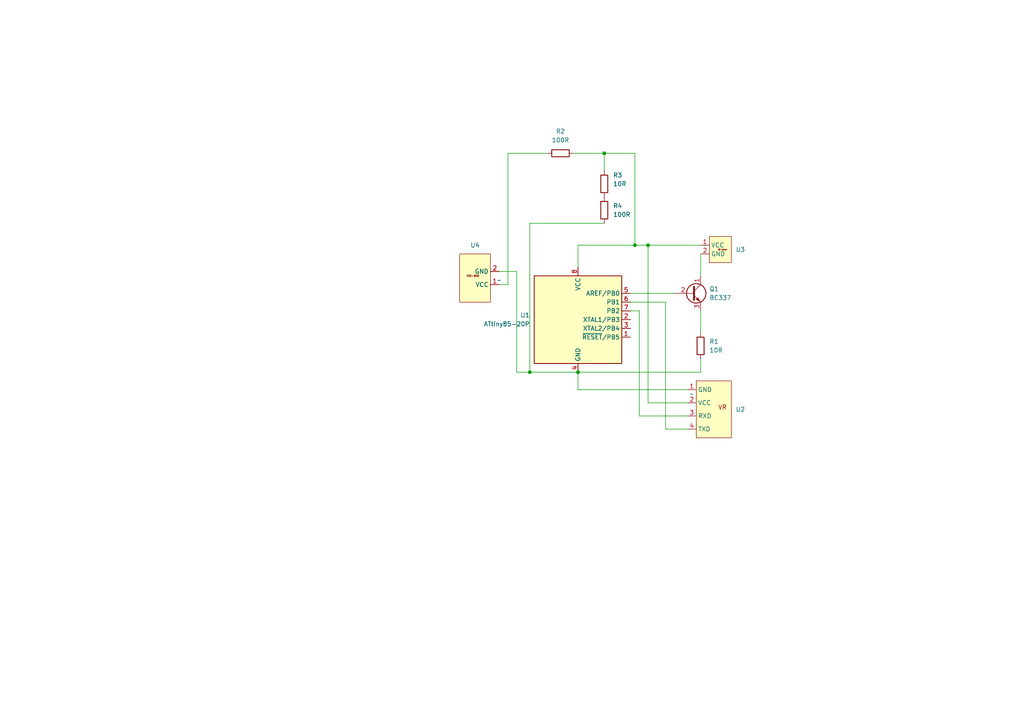
<source format=kicad_sch>
(kicad_sch (version 20230121) (generator eeschema)
  (paper "A4")
  (lib_symbols
    (symbol "Custom_Symbol_Lib:Power-Source"
      (property "Reference" "U" (at 0 0 0))
      (symbol "Power-Source_1_1"
        (rectangle (start 2.54 6.35) (end 11.43 -7.62) (fill (type background)))
        (text "VCC-GND" (at 7.62 -1.27 0) (effects (font (size 0.5 0.5))))
        (pin power_in line (at 0 1.27 0) (length 2.54) (name "VCC") (number "1"))
        (pin power_out line (at 0 -2.54 0) (length 2.54) (name "GND") (number "2"))
      )
    )
    (symbol "Custom_Symbol_Lib:VR_Pinout"
      (property "Reference" "U" (at 0 0 0))
      (symbol "VR_Pinout_1_1"
        (polyline (pts (xy 1.27 3.81) (xy 1.27 -12.7) (xy 11.43 -12.7) (xy 11.43 3.81) (xy 1.27 3.81)) (fill (type background)))
        (text "VR" (at 8.89 -3.81 0) (effects (font (size 1.27 1.27))))
        (pin power_out line (at -1.27 1.27 0) (length 2.54) (name "GND") (number "1"))
        (pin power_in line (at -1.27 -2.54 0) (length 2.54) (name "VCC") (number "2"))
        (pin input line (at -1.27 -6.35 0) (length 2.54) (name "RXD") (number "3"))
        (pin output line (at -1.27 -10.16 0) (length 2.54) (name "TXD") (number "4"))
      )
    )
    (symbol "Custom_Symbol_Lib:Vibration_Motor"
      (property "Reference" "U" (at 0 0 0))
      (symbol "Vibration_Motor_1_1"
        (rectangle (start 2.54 3.81) (end 8.89 -3.81) (fill (type background)))
        (text "VB Motor" (at 6.35 0 0) (effects (font (size 0.4 0.4))))
        (pin power_in line (at 0 1.27 0) (length 2.54) (name "VCC") (number "1"))
        (pin power_in line (at 0 -1.27 0) (length 2.54) (name "GND") (number "2"))
      )
    )
    (symbol "Device:R" (pin_numbers hide) (pin_names (offset 0))
      (property "Reference" "R" (at 2.032 0 90))
      (property "Value" "R" (at 0 0 90))
      (symbol "R_0_1"
        (rectangle (start -1.016 -2.54) (end 1.016 2.54) (stroke (width 0.254)))
      )
      (symbol "R_1_1"
        (pin passive line (at 0 3.81 270) (length 1.27) (name "~") (number "1"))
        (pin passive line (at 0 -3.81 90) (length 1.27) (name "~") (number "2"))
      )
    )
    (symbol "MCU_Microchip_ATtiny:ATtiny85-20P"
      (property "Reference" "U" (at -12.7 13.97 0))
      (property "Value" "ATtiny85-20P" (at 2.54 -13.97 0))
      (symbol "ATtiny85-20P_0_1"
        (rectangle (start -12.7 -12.7) (end 12.7 12.7) (stroke (width 0.254)) (fill (type background)))
      )
      (symbol "ATtiny85-20P_1_1"
        (pin bidirectional line (at 15.24 -5.08 180) (length 2.54) (name "~{RESET}/PB5") (number "1"))
        (pin bidirectional line (at 15.24 0 180) (length 2.54) (name "XTAL1/PB3") (number "2"))
        (pin bidirectional line (at 15.24 -2.54 180) (length 2.54) (name "XTAL2/PB4") (number "3"))
        (pin power_in line (at 0 -15.24 90) (length 2.54) (name "GND") (number "4"))
        (pin bidirectional line (at 15.24 7.62 180) (length 2.54) (name "AREF/PB0") (number "5"))
        (pin bidirectional line (at 15.24 5.08 180) (length 2.54) (name "PB1") (number "6"))
        (pin bidirectional line (at 15.24 2.54 180) (length 2.54) (name "PB2") (number "7"))
        (pin power_in line (at 0 15.24 270) (length 2.54) (name "VCC") (number "8"))
      )
    )
    (symbol "Transistor_BJT:BC337" (pin_names (offset 0) hide)
      (property "Reference" "Q" (at 5.08 1.905 0))
      (property "Value" "BC337" (at 5.08 0 0))
      (symbol "BC337_0_1"
        (polyline (pts (xy 0 0) (xy 0.635 0)))
        (polyline (pts (xy 0.635 0.635) (xy 2.54 2.54)))
        (polyline (pts (xy 0.635 -0.635) (xy 2.54 -2.54) (xy 2.54 -2.54)))
        (polyline (pts (xy 0.635 1.905) (xy 0.635 -1.905) (xy 0.635 -1.905)) (stroke (width 0.508)))
        (polyline (pts (xy 1.27 -1.778) (xy 1.778 -1.27) (xy 2.286 -2.286) (xy 1.27 -1.778) (xy 1.27 -1.778)) (fill (type outline)))
        (circle (center 1.27 0) (radius 2.8194) (stroke (width 0.254)))
      )
      (symbol "BC337_1_1"
        (pin passive line (at 2.54 5.08 270) (length 2.54) (name "C") (number "1"))
        (pin input line (at -5.08 0 0) (length 5.08) (name "B") (number "2"))
        (pin passive line (at 2.54 -5.08 90) (length 2.54) (name "E") (number "3"))
      )
    )
  )
  (junction (at 153.67 107.95))
  (junction (at 187.96 71.12))
  (junction (at 175.26 44.45))
  (junction (at 167.64 107.95))
  (junction (at 184.15 71.12))
  (wire (pts (xy 167.64 113.03) (xy 167.64 107.95)))
  (wire (pts (xy 184.15 71.12) (xy 167.64 71.12)))
  (wire (pts (xy 166.37 44.45) (xy 175.26 44.45)))
  (wire (pts (xy 185.42 120.65) (xy 185.42 90.17)))
  (wire (pts (xy 149.86 107.95) (xy 153.67 107.95)))
  (wire (pts (xy 182.88 87.63) (xy 193.04 87.63)))
  (wire (pts (xy 187.96 116.84) (xy 187.96 71.12)))
  (wire (pts (xy 175.26 44.45) (xy 184.15 44.45)))
  (wire (pts (xy 193.04 124.46) (xy 193.04 87.63)))
  (wire (pts (xy 203.2 90.17) (xy 203.2 96.52)))
  (wire (pts (xy 153.67 64.77) (xy 153.67 107.95)))
  (wire (pts (xy 144.78 78.74) (xy 149.86 78.74)))
  (wire (pts (xy 175.26 44.45) (xy 175.26 49.53)))
  (wire (pts (xy 193.04 124.46) (xy 199.39 124.46)))
  (wire (pts (xy 144.78 82.55) (xy 147.32 82.55)))
  (wire (pts (xy 147.32 44.45) (xy 158.75 44.45)))
  (wire (pts (xy 203.2 71.12) (xy 187.96 71.12)))
  (wire (pts (xy 199.39 116.84) (xy 187.96 116.84)))
  (wire (pts (xy 184.15 44.45) (xy 184.15 71.12)))
  (wire (pts (xy 203.2 73.66) (xy 203.2 80.01)))
  (wire (pts (xy 182.88 85.09) (xy 195.58 85.09)))
  (wire (pts (xy 149.86 78.74) (xy 149.86 107.95)))
  (wire (pts (xy 175.26 64.77) (xy 153.67 64.77)))
  (wire (pts (xy 199.39 113.03) (xy 167.64 113.03)))
  (wire (pts (xy 182.88 90.17) (xy 185.42 90.17)))
  (wire (pts (xy 203.2 107.95) (xy 167.64 107.95)))
  (wire (pts (xy 187.96 71.12) (xy 184.15 71.12)))
  (wire (pts (xy 203.2 104.14) (xy 203.2 107.95)))
  (wire (pts (xy 199.39 120.65) (xy 185.42 120.65)))
  (wire (pts (xy 147.32 82.55) (xy 147.32 44.45)))
  (wire (pts (xy 153.67 107.95) (xy 167.64 107.95)))
  (wire (pts (xy 167.64 71.12) (xy 167.64 77.47)))
  (symbol (lib_id "Custom_Symbol_Lib:VR_Pinout") (at 200.66 114.3 0) (unit 1)
    (property "Reference" "U2" (at 213.36 118.745 0) (effects (justify left)))
    (property "Value" "~" (at 200.66 114.3 0))
    (property "Footprint" "Custom_FP_Lib:VR_Footprint" (effects hide))
  )
  (symbol (lib_id "Device:R") (at 175.26 60.96 180) (unit 1)
    (property "Reference" "R4" (at 177.8 59.69 0) (effects (justify right)))
    (property "Value" "100R" (at 177.8 62.23 0) (effects (justify right)))
    (property "Footprint" "Custom_FP_Lib:Through-Hole Resistor" (effects hide))
  )
  (symbol (lib_id "Custom_Symbol_Lib:Power-Source") (at 144.78 81.28 180) (unit 1)
    (property "Reference" "U4" (at 137.795 71.12 0))
    (property "Value" "~" (at 144.78 81.28 0))
    (property "Footprint" "Custom_FP_Lib:Power-Source" (effects hide))
  )
  (symbol (lib_id "Device:R") (at 175.26 53.34 0) (unit 1)
    (property "Reference" "R3" (at 177.8 50.8 0) (effects (justify left)))
    (property "Value" "10R" (at 177.8 53.34 0) (effects (justify left)))
    (property "Footprint" "Custom_FP_Lib:Through-Hole Resistor" (effects hide))
  )
  (symbol (lib_id "Device:R") (at 162.56 44.45 90) (unit 1)
    (property "Reference" "R2" (at 162.56 38.1 90))
    (property "Value" "100R" (at 162.56 40.64 90))
    (property "Footprint" "Custom_FP_Lib:Through-Hole Resistor" (effects hide))
  )
  (symbol (lib_id "Transistor_BJT:BC337") (at 200.66 85.09 0) (unit 1)
    (property "Reference" "Q1" (at 205.74 83.82 0) (effects (justify left)))
    (property "Value" "BC337" (at 205.74 86.36 0) (effects (justify left)))
    (property "Footprint" "Package_TO_SOT_THT:TO-92_Inline" (effects hide))
    (property "Datasheet" "https://diotec.com/tl_files/diotec/files/pdf/datasheets/bc337.pdf" (effects hide))
  )
  (symbol (lib_id "MCU_Microchip_ATtiny:ATtiny85-20P") (at 167.64 92.71 0) (unit 1)
    (property "Reference" "U1" (at 153.67 91.44 0) (effects (justify right)))
    (property "Value" "ATtiny85-20P" (at 153.67 93.98 0) (effects (justify right)))
    (property "Footprint" "Package_DIP:DIP-8_W7.62mm" (effects hide))
    (property "Datasheet" "http://ww1.microchip.com/downloads/en/DeviceDoc/atmel-2586-avr-8-bit-microcontroller-attiny25-attiny45-attiny85_datasheet.pdf" (effects hide))
  )
  (symbol (lib_id "Custom_Symbol_Lib:Vibration_Motor") (at 203.2 72.39 0) (unit 1)
    (property "Reference" "U3" (at 213.36 72.39 0) (effects (justify left)))
    (property "Value" "~" (at 204.47 71.12 0))
    (property "Footprint" "Custom_FP_Lib:Vibration_Motor" (effects hide))
  )
  (symbol (lib_id "Device:R") (at 203.2 100.33 0) (unit 1)
    (property "Reference" "R1" (at 205.74 99.06 0) (effects (justify left)))
    (property "Value" "10R" (at 205.74 101.6 0) (effects (justify left)))
    (property "Footprint" "Custom_FP_Lib:Through-Hole Resistor" (effects hide))
  )
)
</source>
